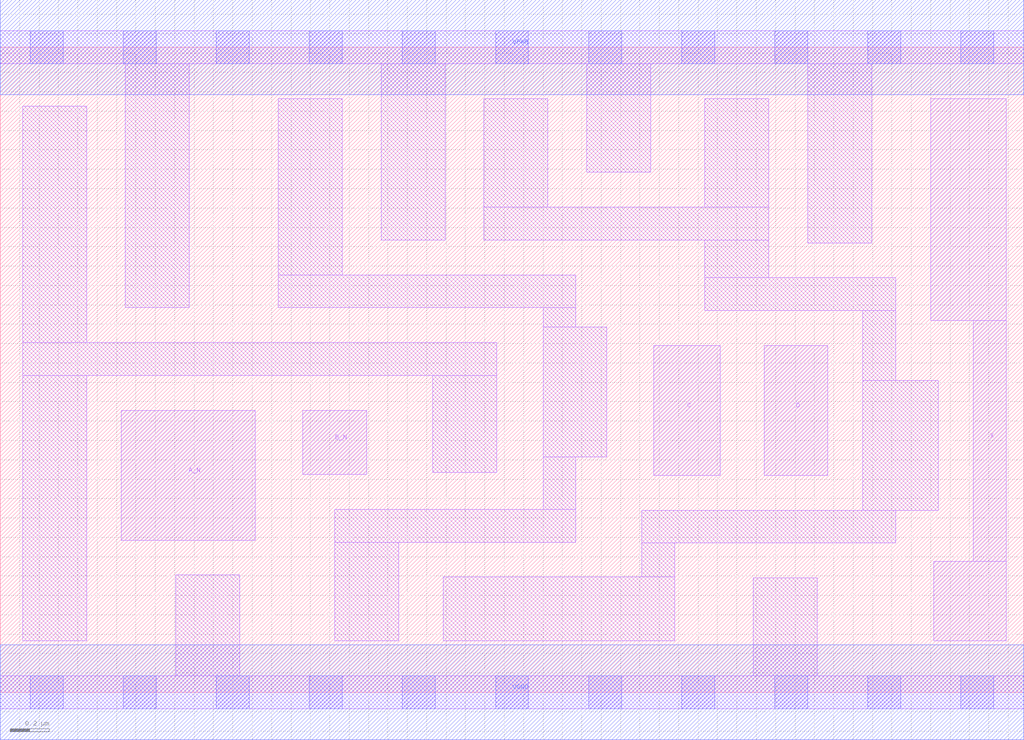
<source format=lef>
# Copyright 2020 The SkyWater PDK Authors
#
# Licensed under the Apache License, Version 2.0 (the "License");
# you may not use this file except in compliance with the License.
# You may obtain a copy of the License at
#
#     https://www.apache.org/licenses/LICENSE-2.0
#
# Unless required by applicable law or agreed to in writing, software
# distributed under the License is distributed on an "AS IS" BASIS,
# WITHOUT WARRANTIES OR CONDITIONS OF ANY KIND, either express or implied.
# See the License for the specific language governing permissions and
# limitations under the License.
#
# SPDX-License-Identifier: Apache-2.0

VERSION 5.7 ;
  NAMESCASESENSITIVE ON ;
  NOWIREEXTENSIONATPIN ON ;
  DIVIDERCHAR "/" ;
  BUSBITCHARS "[]" ;
UNITS
  DATABASE MICRONS 200 ;
END UNITS
MACRO sky130_fd_sc_lp__and4bb_lp
  CLASS CORE ;
  SOURCE USER ;
  FOREIGN sky130_fd_sc_lp__and4bb_lp ;
  ORIGIN  0.000000  0.000000 ;
  SIZE  5.280000 BY  3.330000 ;
  SYMMETRY X Y R90 ;
  SITE unit ;
  PIN A_N
    ANTENNAGATEAREA  0.376000 ;
    DIRECTION INPUT ;
    USE SIGNAL ;
    PORT
      LAYER li1 ;
        RECT 0.625000 0.785000 1.315000 1.455000 ;
    END
  END A_N
  PIN B_N
    ANTENNAGATEAREA  0.376000 ;
    DIRECTION INPUT ;
    USE SIGNAL ;
    PORT
      LAYER li1 ;
        RECT 1.560000 1.125000 1.890000 1.455000 ;
    END
  END B_N
  PIN C
    ANTENNAGATEAREA  0.313000 ;
    DIRECTION INPUT ;
    USE SIGNAL ;
    PORT
      LAYER li1 ;
        RECT 3.370000 1.120000 3.715000 1.790000 ;
    END
  END C
  PIN D
    ANTENNAGATEAREA  0.313000 ;
    DIRECTION INPUT ;
    USE SIGNAL ;
    PORT
      LAYER li1 ;
        RECT 3.940000 1.120000 4.270000 1.790000 ;
    END
  END D
  PIN X
    ANTENNADIFFAREA  0.404700 ;
    DIRECTION OUTPUT ;
    USE SIGNAL ;
    PORT
      LAYER li1 ;
        RECT 4.800000 1.920000 5.190000 3.065000 ;
        RECT 4.815000 0.265000 5.190000 0.675000 ;
        RECT 5.020000 0.675000 5.190000 1.920000 ;
    END
  END X
  PIN VGND
    DIRECTION INOUT ;
    USE GROUND ;
    PORT
      LAYER met1 ;
        RECT 0.000000 -0.245000 5.280000 0.245000 ;
    END
  END VGND
  PIN VPWR
    DIRECTION INOUT ;
    USE POWER ;
    PORT
      LAYER met1 ;
        RECT 0.000000 3.085000 5.280000 3.575000 ;
    END
  END VPWR
  OBS
    LAYER li1 ;
      RECT 0.000000 -0.085000 5.280000 0.085000 ;
      RECT 0.000000  3.245000 5.280000 3.415000 ;
      RECT 0.115000  0.265000 0.445000 1.635000 ;
      RECT 0.115000  1.635000 2.560000 1.805000 ;
      RECT 0.115000  1.805000 0.445000 3.025000 ;
      RECT 0.645000  1.985000 0.975000 3.245000 ;
      RECT 0.905000  0.085000 1.235000 0.605000 ;
      RECT 1.435000  1.985000 2.970000 2.155000 ;
      RECT 1.435000  2.155000 1.765000 3.065000 ;
      RECT 1.725000  0.265000 2.055000 0.775000 ;
      RECT 1.725000  0.775000 2.970000 0.945000 ;
      RECT 1.965000  2.335000 2.295000 3.245000 ;
      RECT 2.230000  1.135000 2.560000 1.635000 ;
      RECT 2.285000  0.265000 3.480000 0.595000 ;
      RECT 2.495000  2.335000 3.965000 2.505000 ;
      RECT 2.495000  2.505000 2.825000 3.065000 ;
      RECT 2.800000  0.945000 2.970000 1.215000 ;
      RECT 2.800000  1.215000 3.130000 1.885000 ;
      RECT 2.800000  1.885000 2.970000 1.985000 ;
      RECT 3.025000  2.685000 3.355000 3.245000 ;
      RECT 3.310000  0.595000 3.480000 0.770000 ;
      RECT 3.310000  0.770000 4.620000 0.940000 ;
      RECT 3.635000  1.970000 4.620000 2.140000 ;
      RECT 3.635000  2.140000 3.965000 2.335000 ;
      RECT 3.635000  2.505000 3.965000 3.065000 ;
      RECT 3.885000  0.085000 4.215000 0.590000 ;
      RECT 4.165000  2.320000 4.495000 3.245000 ;
      RECT 4.450000  0.940000 4.840000 1.610000 ;
      RECT 4.450000  1.610000 4.620000 1.970000 ;
    LAYER mcon ;
      RECT 0.155000 -0.085000 0.325000 0.085000 ;
      RECT 0.155000  3.245000 0.325000 3.415000 ;
      RECT 0.635000 -0.085000 0.805000 0.085000 ;
      RECT 0.635000  3.245000 0.805000 3.415000 ;
      RECT 1.115000 -0.085000 1.285000 0.085000 ;
      RECT 1.115000  3.245000 1.285000 3.415000 ;
      RECT 1.595000 -0.085000 1.765000 0.085000 ;
      RECT 1.595000  3.245000 1.765000 3.415000 ;
      RECT 2.075000 -0.085000 2.245000 0.085000 ;
      RECT 2.075000  3.245000 2.245000 3.415000 ;
      RECT 2.555000 -0.085000 2.725000 0.085000 ;
      RECT 2.555000  3.245000 2.725000 3.415000 ;
      RECT 3.035000 -0.085000 3.205000 0.085000 ;
      RECT 3.035000  3.245000 3.205000 3.415000 ;
      RECT 3.515000 -0.085000 3.685000 0.085000 ;
      RECT 3.515000  3.245000 3.685000 3.415000 ;
      RECT 3.995000 -0.085000 4.165000 0.085000 ;
      RECT 3.995000  3.245000 4.165000 3.415000 ;
      RECT 4.475000 -0.085000 4.645000 0.085000 ;
      RECT 4.475000  3.245000 4.645000 3.415000 ;
      RECT 4.955000 -0.085000 5.125000 0.085000 ;
      RECT 4.955000  3.245000 5.125000 3.415000 ;
  END
END sky130_fd_sc_lp__and4bb_lp
END LIBRARY

</source>
